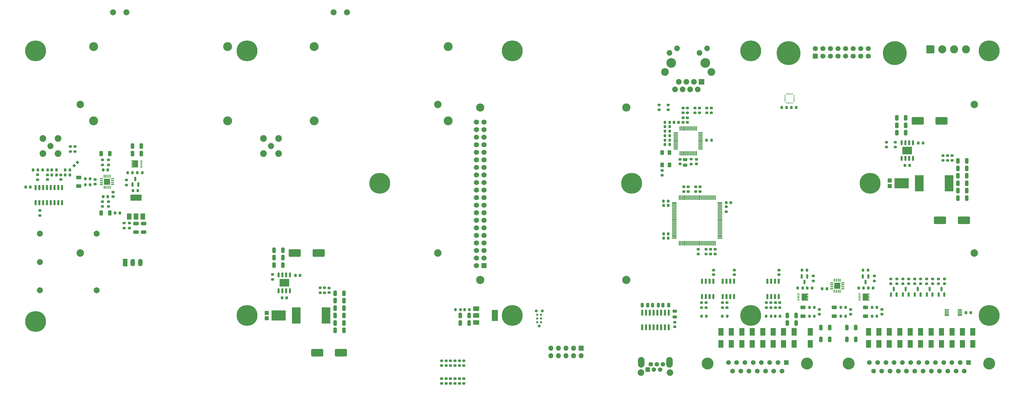
<source format=gbr>
%TF.GenerationSoftware,KiCad,Pcbnew,6.0.2+dfsg-1*%
%TF.CreationDate,2024-04-12T04:35:11+02:00*%
%TF.ProjectId,seatel,73656174-656c-42e6-9b69-6361645f7063,rev?*%
%TF.SameCoordinates,Original*%
%TF.FileFunction,Soldermask,Top*%
%TF.FilePolarity,Negative*%
%FSLAX46Y46*%
G04 Gerber Fmt 4.6, Leading zero omitted, Abs format (unit mm)*
G04 Created by KiCad (PCBNEW 6.0.2+dfsg-1) date 2024-04-12 04:35:11*
%MOMM*%
%LPD*%
G01*
G04 APERTURE LIST*
G04 Aperture macros list*
%AMRoundRect*
0 Rectangle with rounded corners*
0 $1 Rounding radius*
0 $2 $3 $4 $5 $6 $7 $8 $9 X,Y pos of 4 corners*
0 Add a 4 corners polygon primitive as box body*
4,1,4,$2,$3,$4,$5,$6,$7,$8,$9,$2,$3,0*
0 Add four circle primitives for the rounded corners*
1,1,$1+$1,$2,$3*
1,1,$1+$1,$4,$5*
1,1,$1+$1,$6,$7*
1,1,$1+$1,$8,$9*
0 Add four rect primitives between the rounded corners*
20,1,$1+$1,$2,$3,$4,$5,0*
20,1,$1+$1,$4,$5,$6,$7,0*
20,1,$1+$1,$6,$7,$8,$9,0*
20,1,$1+$1,$8,$9,$2,$3,0*%
%AMFreePoly0*
4,1,17,1.395000,0.765000,0.855000,0.765000,0.855000,0.535000,1.395000,0.535000,1.395000,0.115000,0.855000,0.115000,0.855000,-0.115000,1.395000,-0.115000,1.395000,-0.535000,0.855000,-0.535000,0.855000,-0.765000,1.395000,-0.765000,1.395000,-1.185000,-0.855000,-1.185000,-0.855000,1.185000,1.395000,1.185000,1.395000,0.765000,1.395000,0.765000,$1*%
G04 Aperture macros list end*
%ADD10C,2.500000*%
%ADD11RoundRect,0.200000X-0.275000X0.200000X-0.275000X-0.200000X0.275000X-0.200000X0.275000X0.200000X0*%
%ADD12C,7.000000*%
%ADD13RoundRect,0.200000X0.200000X0.275000X-0.200000X0.275000X-0.200000X-0.275000X0.200000X-0.275000X0*%
%ADD14RoundRect,0.225000X0.225000X0.250000X-0.225000X0.250000X-0.225000X-0.250000X0.225000X-0.250000X0*%
%ADD15R,1.800000X2.500000*%
%ADD16C,3.000000*%
%ADD17C,2.000000*%
%ADD18RoundRect,0.150000X0.150000X-0.587500X0.150000X0.587500X-0.150000X0.587500X-0.150000X-0.587500X0*%
%ADD19RoundRect,0.250000X-0.312500X-0.625000X0.312500X-0.625000X0.312500X0.625000X-0.312500X0.625000X0*%
%ADD20RoundRect,0.225000X0.250000X-0.225000X0.250000X0.225000X-0.250000X0.225000X-0.250000X-0.225000X0*%
%ADD21RoundRect,0.218750X0.256250X-0.218750X0.256250X0.218750X-0.256250X0.218750X-0.256250X-0.218750X0*%
%ADD22RoundRect,0.200000X-0.200000X-0.275000X0.200000X-0.275000X0.200000X0.275000X-0.200000X0.275000X0*%
%ADD23RoundRect,0.250000X0.625000X-0.312500X0.625000X0.312500X-0.625000X0.312500X-0.625000X-0.312500X0*%
%ADD24RoundRect,0.200000X0.275000X-0.200000X0.275000X0.200000X-0.275000X0.200000X-0.275000X-0.200000X0*%
%ADD25RoundRect,0.225000X-0.225000X-0.250000X0.225000X-0.250000X0.225000X0.250000X-0.225000X0.250000X0*%
%ADD26RoundRect,0.150000X-0.150000X0.725000X-0.150000X-0.725000X0.150000X-0.725000X0.150000X0.725000X0*%
%ADD27RoundRect,0.087500X-0.425000X-0.087500X0.425000X-0.087500X0.425000X0.087500X-0.425000X0.087500X0*%
%ADD28RoundRect,0.087500X-0.087500X-0.425000X0.087500X-0.425000X0.087500X0.425000X-0.087500X0.425000X0*%
%ADD29R,2.100000X2.100000*%
%ADD30R,1.500000X1.500000*%
%ADD31C,1.500000*%
%ADD32C,2.200000*%
%ADD33O,2.200000X3.600000*%
%ADD34RoundRect,0.250000X0.325000X0.650000X-0.325000X0.650000X-0.325000X-0.650000X0.325000X-0.650000X0*%
%ADD35RoundRect,0.250000X-0.325000X-0.650000X0.325000X-0.650000X0.325000X0.650000X-0.325000X0.650000X0*%
%ADD36RoundRect,0.225000X-0.250000X0.225000X-0.250000X-0.225000X0.250000X-0.225000X0.250000X0.225000X0*%
%ADD37R,4.860000X3.360000*%
%ADD38R,1.400000X1.400000*%
%ADD39R,1.300000X1.600000*%
%ADD40R,0.700000X0.420000*%
%ADD41FreePoly0,0.000000*%
%ADD42RoundRect,0.250000X0.250000X0.475000X-0.250000X0.475000X-0.250000X-0.475000X0.250000X-0.475000X0*%
%ADD43RoundRect,0.250000X-0.475000X0.250000X-0.475000X-0.250000X0.475000X-0.250000X0.475000X0.250000X0*%
%ADD44C,4.000000*%
%ADD45R,1.600000X1.600000*%
%ADD46C,1.600000*%
%ADD47RoundRect,0.150000X-0.150000X0.587500X-0.150000X-0.587500X0.150000X-0.587500X0.150000X0.587500X0*%
%ADD48RoundRect,0.250000X0.475000X-0.250000X0.475000X0.250000X-0.475000X0.250000X-0.475000X-0.250000X0*%
%ADD49RoundRect,0.250000X0.600000X-0.600000X0.600000X0.600000X-0.600000X0.600000X-0.600000X-0.600000X0*%
%ADD50C,1.700000*%
%ADD51C,8.000000*%
%ADD52R,1.500000X2.500000*%
%ADD53O,1.500000X2.500000*%
%ADD54R,2.900680X5.400040*%
%ADD55C,0.990600*%
%ADD56C,0.787400*%
%ADD57RoundRect,0.087500X0.087500X-0.425000X0.087500X0.425000X-0.087500X0.425000X-0.087500X-0.425000X0*%
%ADD58RoundRect,0.087500X0.425000X-0.087500X0.425000X0.087500X-0.425000X0.087500X-0.425000X-0.087500X0*%
%ADD59RoundRect,0.150000X0.150000X-0.725000X0.150000X0.725000X-0.150000X0.725000X-0.150000X-0.725000X0*%
%ADD60RoundRect,0.250000X-1.750000X-1.000000X1.750000X-1.000000X1.750000X1.000000X-1.750000X1.000000X0*%
%ADD61C,2.050000*%
%ADD62C,2.250000*%
%ADD63RoundRect,0.250001X-1.099999X-1.099999X1.099999X-1.099999X1.099999X1.099999X-1.099999X1.099999X0*%
%ADD64C,2.700000*%
%ADD65RoundRect,0.250000X-0.250000X-0.475000X0.250000X-0.475000X0.250000X0.475000X-0.250000X0.475000X0*%
%ADD66R,1.700000X1.700000*%
%ADD67O,1.700000X1.700000*%
%ADD68RoundRect,0.075000X-0.650000X-0.075000X0.650000X-0.075000X0.650000X0.075000X-0.650000X0.075000X0*%
%ADD69R,1.500000X2.000000*%
%ADD70R,3.800000X2.000000*%
%ADD71RoundRect,0.150000X-0.150000X0.825000X-0.150000X-0.825000X0.150000X-0.825000X0.150000X0.825000X0*%
%ADD72RoundRect,0.150000X-0.150000X0.662500X-0.150000X-0.662500X0.150000X-0.662500X0.150000X0.662500X0*%
%ADD73R,3.200000X2.514000*%
%ADD74RoundRect,0.225000X0.017678X-0.335876X0.335876X-0.017678X-0.017678X0.335876X-0.335876X0.017678X0*%
%ADD75C,2.750000*%
%ADD76R,1.750000X1.750000*%
%ADD77C,1.750000*%
%ADD78C,3.250000*%
%ADD79C,2.600000*%
%ADD80C,1.890000*%
%ADD81R,1.900000X1.900000*%
%ADD82C,1.900000*%
%ADD83RoundRect,0.075000X-0.075000X0.725000X-0.075000X-0.725000X0.075000X-0.725000X0.075000X0.725000X0*%
%ADD84RoundRect,0.075000X-0.725000X0.075000X-0.725000X-0.075000X0.725000X-0.075000X0.725000X0.075000X0*%
%ADD85RoundRect,0.250000X-0.650000X0.325000X-0.650000X-0.325000X0.650000X-0.325000X0.650000X0.325000X0*%
%ADD86RoundRect,0.218750X-0.218750X-0.256250X0.218750X-0.256250X0.218750X0.256250X-0.218750X0.256250X0*%
%ADD87R,2.000000X1.500000*%
%ADD88R,2.000000X3.800000*%
%ADD89RoundRect,0.075000X0.662500X0.075000X-0.662500X0.075000X-0.662500X-0.075000X0.662500X-0.075000X0*%
%ADD90RoundRect,0.075000X0.075000X0.662500X-0.075000X0.662500X-0.075000X-0.662500X0.075000X-0.662500X0*%
%ADD91FreePoly0,180.000000*%
%ADD92RoundRect,0.050000X-0.225000X-0.050000X0.225000X-0.050000X0.225000X0.050000X-0.225000X0.050000X0*%
%ADD93RoundRect,0.050000X0.050000X-0.225000X0.050000X0.225000X-0.050000X0.225000X-0.050000X-0.225000X0*%
G04 APERTURE END LIST*
D10*
%TO.C,FID6*%
X70000000Y-155000000D03*
%TD*%
%TO.C,FID5*%
X70000000Y-105000000D03*
%TD*%
%TO.C,FID4*%
X190000000Y-105000000D03*
%TD*%
%TO.C,FID3*%
X370000000Y-105000000D03*
%TD*%
%TO.C,FID2*%
X190000000Y-155000000D03*
%TD*%
%TO.C,FID1*%
X370000000Y-155000000D03*
%TD*%
D11*
%TO.C,R73*%
X276500000Y-132675000D03*
X276500000Y-134325000D03*
%TD*%
D12*
%TO.C,H5*%
X375000000Y-176000000D03*
%TD*%
D13*
%TO.C,R84*%
X332825000Y-166750000D03*
X331175000Y-166750000D03*
%TD*%
D14*
%TO.C,C35*%
X320525000Y-167000000D03*
X318975000Y-167000000D03*
%TD*%
D15*
%TO.C,D8*%
X359000000Y-185500000D03*
X359000000Y-181500000D03*
%TD*%
D16*
%TO.C,J1*%
X148500000Y-110500000D03*
X148500000Y-85500000D03*
X193500000Y-85500000D03*
X193500000Y-110500000D03*
D17*
X159500000Y-74000000D03*
X155000000Y-74000000D03*
%TD*%
D18*
%TO.C,Q4*%
X346050000Y-168937500D03*
X347950000Y-168937500D03*
X347000000Y-167062500D03*
%TD*%
D19*
%TO.C,R52*%
X77037500Y-121500000D03*
X79962500Y-121500000D03*
%TD*%
D20*
%TO.C,C42*%
X153500000Y-168275000D03*
X153500000Y-166725000D03*
%TD*%
D21*
%TO.C,D27*%
X197250000Y-198787500D03*
X197250000Y-197212500D03*
%TD*%
D14*
%TO.C,C62*%
X306975000Y-106000000D03*
X305425000Y-106000000D03*
%TD*%
D13*
%TO.C,R66*%
X267825000Y-112500000D03*
X266175000Y-112500000D03*
%TD*%
D22*
%TO.C,R10*%
X300175000Y-176250000D03*
X301825000Y-176250000D03*
%TD*%
D18*
%TO.C,Q5*%
X342050000Y-168937500D03*
X343950000Y-168937500D03*
X343000000Y-167062500D03*
%TD*%
D11*
%TO.C,R90*%
X85500000Y-130425000D03*
X85500000Y-132075000D03*
%TD*%
D15*
%TO.C,D14*%
X285000000Y-185500000D03*
X285000000Y-181500000D03*
%TD*%
D23*
%TO.C,R17*%
X323000000Y-176212500D03*
X323000000Y-173287500D03*
%TD*%
D15*
%TO.C,D5*%
X309500000Y-185500000D03*
X309500000Y-181500000D03*
%TD*%
D20*
%TO.C,C12*%
X339000000Y-175525000D03*
X339000000Y-173975000D03*
%TD*%
D24*
%TO.C,R82*%
X336500000Y-164325000D03*
X336500000Y-162675000D03*
%TD*%
%TO.C,R64*%
X264250000Y-106825000D03*
X264250000Y-105175000D03*
%TD*%
D25*
%TO.C,C19*%
X77725000Y-136000000D03*
X79275000Y-136000000D03*
%TD*%
D14*
%TO.C,C73*%
X267275000Y-148500000D03*
X265725000Y-148500000D03*
%TD*%
D25*
%TO.C,C11*%
X367225000Y-175000000D03*
X368775000Y-175000000D03*
%TD*%
D26*
%TO.C,IC3*%
X304405000Y-164425000D03*
X303135000Y-164425000D03*
X301865000Y-164425000D03*
X300595000Y-164425000D03*
X300595000Y-169575000D03*
X301865000Y-169575000D03*
X303135000Y-169575000D03*
X304405000Y-169575000D03*
%TD*%
D20*
%TO.C,C14*%
X269500000Y-179775000D03*
X269500000Y-178225000D03*
%TD*%
D27*
%TO.C,IC13*%
X322137500Y-165025000D03*
X322137500Y-165675000D03*
X322137500Y-166325000D03*
X322137500Y-166975000D03*
D28*
X323025000Y-167862500D03*
X323675000Y-167862500D03*
X324325000Y-167862500D03*
X324975000Y-167862500D03*
D27*
X325862500Y-166975000D03*
X325862500Y-166325000D03*
X325862500Y-165675000D03*
X325862500Y-165025000D03*
D28*
X324975000Y-164137500D03*
X324325000Y-164137500D03*
X323675000Y-164137500D03*
X323025000Y-164137500D03*
D29*
X324000000Y-166000000D03*
%TD*%
D21*
%TO.C,D28*%
X198750000Y-198787500D03*
X198750000Y-197212500D03*
%TD*%
D30*
%TO.C,J8*%
X260450000Y-194200000D03*
D31*
X261450000Y-192400000D03*
X262500000Y-194200000D03*
X263500000Y-192400000D03*
X264550000Y-194200000D03*
X265550000Y-192400000D03*
D32*
X258150000Y-195150000D03*
D33*
X267750000Y-191700000D03*
X258250000Y-191700000D03*
D32*
X267850000Y-195150000D03*
%TD*%
D11*
%TO.C,R31*%
X79500000Y-137675000D03*
X79500000Y-139325000D03*
%TD*%
D34*
%TO.C,C26*%
X137975000Y-156500000D03*
X135025000Y-156500000D03*
%TD*%
%TO.C,C29*%
X137975000Y-159000000D03*
X135025000Y-159000000D03*
%TD*%
%TO.C,C25*%
X346975000Y-112000000D03*
X344025000Y-112000000D03*
%TD*%
D11*
%TO.C,R36*%
X198750000Y-191175000D03*
X198750000Y-192825000D03*
%TD*%
D34*
%TO.C,C7*%
X330225000Y-180000000D03*
X327275000Y-180000000D03*
%TD*%
D12*
%TO.C,H2*%
X126000000Y-176000000D03*
%TD*%
D14*
%TO.C,C47*%
X55775000Y-127000000D03*
X54225000Y-127000000D03*
%TD*%
D13*
%TO.C,R1*%
X316325000Y-173250000D03*
X314675000Y-173250000D03*
%TD*%
%TO.C,R34*%
X197575000Y-174000000D03*
X195925000Y-174000000D03*
%TD*%
D35*
%TO.C,C55*%
X364525000Y-124000000D03*
X367475000Y-124000000D03*
%TD*%
D17*
%TO.C,IC7*%
X56475000Y-148475000D03*
X56475000Y-158000000D03*
X56475000Y-167525000D03*
X75525000Y-167525000D03*
X75525000Y-148475000D03*
%TD*%
D36*
%TO.C,C72*%
X281750000Y-106225000D03*
X281750000Y-107775000D03*
%TD*%
D11*
%TO.C,R62*%
X286750000Y-139425000D03*
X286750000Y-141075000D03*
%TD*%
D37*
%TO.C,D22*%
X136582000Y-176000000D03*
D38*
X132600000Y-176920000D03*
X132600000Y-175080000D03*
%TD*%
D21*
%TO.C,D25*%
X194250000Y-198787500D03*
X194250000Y-197212500D03*
%TD*%
D24*
%TO.C,R49*%
X77500000Y-125325000D03*
X77500000Y-123675000D03*
%TD*%
%TO.C,R51*%
X55750000Y-130325000D03*
X55750000Y-128675000D03*
%TD*%
%TO.C,R25*%
X358000000Y-165325000D03*
X358000000Y-163675000D03*
%TD*%
D39*
%TO.C,X1*%
X267750000Y-125300000D03*
X267750000Y-121200000D03*
X265250000Y-121200000D03*
X265250000Y-125300000D03*
%TD*%
D34*
%TO.C,C9*%
X321475000Y-180000000D03*
X318525000Y-180000000D03*
%TD*%
D40*
%TO.C,Q8*%
X311000000Y-168775000D03*
X311000000Y-169425000D03*
X311000000Y-170075000D03*
X311000000Y-170725000D03*
D41*
X312955000Y-169750000D03*
%TD*%
D11*
%TO.C,R80*%
X277400000Y-153675000D03*
X277400000Y-155325000D03*
%TD*%
%TO.C,R37*%
X343500000Y-117675000D03*
X343500000Y-119325000D03*
%TD*%
D42*
%TO.C,C6*%
X260450000Y-172500000D03*
X258550000Y-172500000D03*
%TD*%
D35*
%TO.C,C58*%
X155525000Y-168500000D03*
X158475000Y-168500000D03*
%TD*%
D22*
%TO.C,R63*%
X280175000Y-117000000D03*
X281825000Y-117000000D03*
%TD*%
D36*
%TO.C,C64*%
X276750000Y-123475000D03*
X276750000Y-125025000D03*
%TD*%
D43*
%TO.C,C70*%
X273000000Y-123550000D03*
X273000000Y-125450000D03*
%TD*%
D24*
%TO.C,R42*%
X342000000Y-165325000D03*
X342000000Y-163675000D03*
%TD*%
D44*
%TO.C,J9*%
X313830000Y-192119669D03*
X280530000Y-192119669D03*
D45*
X306875000Y-191819669D03*
D46*
X304105000Y-191819669D03*
X301335000Y-191819669D03*
X298565000Y-191819669D03*
X295795000Y-191819669D03*
X293025000Y-191819669D03*
X290255000Y-191819669D03*
X287485000Y-191819669D03*
X305490000Y-194659669D03*
X302720000Y-194659669D03*
X299950000Y-194659669D03*
X297180000Y-194659669D03*
X294410000Y-194659669D03*
X291640000Y-194659669D03*
X288870000Y-194659669D03*
%TD*%
D11*
%TO.C,R76*%
X194250000Y-191175000D03*
X194250000Y-192825000D03*
%TD*%
D24*
%TO.C,R59*%
X275000000Y-125075000D03*
X275000000Y-123425000D03*
%TD*%
D18*
%TO.C,Q2*%
X354050000Y-168937500D03*
X355950000Y-168937500D03*
X355000000Y-167062500D03*
%TD*%
D13*
%TO.C,R61*%
X267825000Y-115500000D03*
X266175000Y-115500000D03*
%TD*%
D11*
%TO.C,R75*%
X192750000Y-191175000D03*
X192750000Y-192825000D03*
%TD*%
D47*
%TO.C,Q7*%
X334450000Y-162812500D03*
X332550000Y-162812500D03*
X333500000Y-164687500D03*
%TD*%
D19*
%TO.C,R28*%
X77037500Y-141500000D03*
X79962500Y-141500000D03*
%TD*%
D48*
%TO.C,C5*%
X269500000Y-176450000D03*
X269500000Y-174550000D03*
%TD*%
D11*
%TO.C,R78*%
X197250000Y-191175000D03*
X197250000Y-192825000D03*
%TD*%
D24*
%TO.C,R54*%
X79500000Y-125325000D03*
X79500000Y-123675000D03*
%TD*%
D11*
%TO.C,R22*%
X280000000Y-171675000D03*
X280000000Y-173325000D03*
%TD*%
D21*
%TO.C,D24*%
X192750000Y-198787500D03*
X192750000Y-197212500D03*
%TD*%
D14*
%TO.C,C30*%
X348275000Y-125500000D03*
X346725000Y-125500000D03*
%TD*%
%TO.C,C36*%
X352775000Y-118000000D03*
X351225000Y-118000000D03*
%TD*%
D11*
%TO.C,R27*%
X77500000Y-137675000D03*
X77500000Y-139325000D03*
%TD*%
D14*
%TO.C,C63*%
X267775000Y-118500000D03*
X266225000Y-118500000D03*
%TD*%
D12*
%TO.C,H1*%
X55000000Y-178000000D03*
%TD*%
D24*
%TO.C,R7*%
X304750000Y-173325000D03*
X304750000Y-171675000D03*
%TD*%
D12*
%TO.C,H8*%
X335000000Y-131500000D03*
%TD*%
D24*
%TO.C,R65*%
X267250000Y-106825000D03*
X267250000Y-105175000D03*
%TD*%
%TO.C,R40*%
X344000000Y-165325000D03*
X344000000Y-163675000D03*
%TD*%
%TO.C,R58*%
X68250000Y-120825000D03*
X68250000Y-119175000D03*
%TD*%
D11*
%TO.C,R43*%
X84750000Y-144925000D03*
X84750000Y-146575000D03*
%TD*%
D36*
%TO.C,C61*%
X265250000Y-127225000D03*
X265250000Y-128775000D03*
%TD*%
D34*
%TO.C,C3*%
X310225000Y-178500000D03*
X307275000Y-178500000D03*
%TD*%
D49*
%TO.C,J115*%
X316610000Y-88752500D03*
D50*
X316610000Y-86212500D03*
X319150000Y-88752500D03*
X319150000Y-86212500D03*
X321690000Y-88752500D03*
X321690000Y-86212500D03*
X324230000Y-88752500D03*
X324230000Y-86212500D03*
X326770000Y-88752500D03*
X326770000Y-86212500D03*
X329310000Y-88752500D03*
X329310000Y-86212500D03*
X331850000Y-88752500D03*
X331850000Y-86212500D03*
X334390000Y-88752500D03*
X334390000Y-86212500D03*
D51*
X307670000Y-87732500D03*
X343330000Y-87732500D03*
%TD*%
D14*
%TO.C,C80*%
X267275000Y-139000000D03*
X265725000Y-139000000D03*
%TD*%
D12*
%TO.C,H10*%
X126000000Y-87000000D03*
%TD*%
D15*
%TO.C,D11*%
X295500000Y-185500000D03*
X295500000Y-181500000D03*
%TD*%
D20*
%TO.C,C41*%
X362500000Y-123775000D03*
X362500000Y-122225000D03*
%TD*%
D52*
%TO.C,IC8*%
X85067500Y-158182500D03*
D53*
X87607500Y-158182500D03*
X90147500Y-158182500D03*
%TD*%
D14*
%TO.C,C31*%
X139275000Y-170000000D03*
X137725000Y-170000000D03*
%TD*%
D36*
%TO.C,C69*%
X271250000Y-123475000D03*
X271250000Y-125025000D03*
%TD*%
D20*
%TO.C,C15*%
X304500000Y-162275000D03*
X304500000Y-160725000D03*
%TD*%
D15*
%TO.C,D13*%
X299000000Y-185500000D03*
X299000000Y-181500000D03*
%TD*%
D35*
%TO.C,C46*%
X155525000Y-176000000D03*
X158475000Y-176000000D03*
%TD*%
D22*
%TO.C,R92*%
X89175000Y-128000000D03*
X90825000Y-128000000D03*
%TD*%
D13*
%TO.C,R50*%
X73325000Y-132000000D03*
X71675000Y-132000000D03*
%TD*%
D35*
%TO.C,C45*%
X364525000Y-136500000D03*
X367475000Y-136500000D03*
%TD*%
D11*
%TO.C,R71*%
X277750000Y-106175000D03*
X277750000Y-107825000D03*
%TD*%
%TO.C,R72*%
X280250000Y-106175000D03*
X280250000Y-107825000D03*
%TD*%
D54*
%TO.C,L1*%
X351498740Y-131500000D03*
X361501260Y-131500000D03*
%TD*%
D13*
%TO.C,R83*%
X336075000Y-166750000D03*
X334425000Y-166750000D03*
%TD*%
D25*
%TO.C,C24*%
X81725000Y-141500000D03*
X83275000Y-141500000D03*
%TD*%
D12*
%TO.C,H6*%
X170500000Y-131500000D03*
%TD*%
D22*
%TO.C,R85*%
X312175000Y-160750000D03*
X313825000Y-160750000D03*
%TD*%
D55*
%TO.C,P1*%
X225016000Y-174460000D03*
X222984000Y-174460000D03*
X224000000Y-179540000D03*
D56*
X224635000Y-178270000D03*
X223365000Y-178270000D03*
X224635000Y-177000000D03*
X223365000Y-177000000D03*
X224635000Y-175730000D03*
X223365000Y-175730000D03*
%TD*%
D57*
%TO.C,IC14*%
X78025000Y-132862500D03*
X78675000Y-132862500D03*
X79325000Y-132862500D03*
X79975000Y-132862500D03*
D58*
X80862500Y-131975000D03*
X80862500Y-131325000D03*
X80862500Y-130675000D03*
X80862500Y-130025000D03*
D57*
X79975000Y-129137500D03*
X79325000Y-129137500D03*
X78675000Y-129137500D03*
X78025000Y-129137500D03*
D58*
X77137500Y-130025000D03*
X77137500Y-130675000D03*
X77137500Y-131325000D03*
X77137500Y-131975000D03*
D29*
X79000000Y-131000000D03*
%TD*%
D35*
%TO.C,C56*%
X155525000Y-171000000D03*
X158475000Y-171000000D03*
%TD*%
D59*
%TO.C,IC12*%
X55055000Y-138075000D03*
X56325000Y-138075000D03*
X57595000Y-138075000D03*
X58865000Y-138075000D03*
X60135000Y-138075000D03*
X61405000Y-138075000D03*
X62675000Y-138075000D03*
X63945000Y-138075000D03*
X63945000Y-132925000D03*
X62675000Y-132925000D03*
X61405000Y-132925000D03*
X60135000Y-132925000D03*
X58865000Y-132925000D03*
X57595000Y-132925000D03*
X56325000Y-132925000D03*
X55055000Y-132925000D03*
%TD*%
D37*
%TO.C,D21*%
X345582000Y-131500000D03*
D38*
X341600000Y-132420000D03*
X341600000Y-130580000D03*
%TD*%
D13*
%TO.C,R19*%
X326825000Y-173250000D03*
X325175000Y-173250000D03*
%TD*%
D18*
%TO.C,Q3*%
X350050000Y-168937500D03*
X351950000Y-168937500D03*
X351000000Y-167062500D03*
%TD*%
D13*
%TO.C,R89*%
X89325000Y-134000000D03*
X87675000Y-134000000D03*
%TD*%
D11*
%TO.C,R47*%
X152000000Y-166675000D03*
X152000000Y-168325000D03*
%TD*%
D12*
%TO.C,H12*%
X295000000Y-87000000D03*
%TD*%
D22*
%TO.C,R21*%
X278425000Y-176250000D03*
X280075000Y-176250000D03*
%TD*%
D13*
%TO.C,R39*%
X200575000Y-174000000D03*
X198925000Y-174000000D03*
%TD*%
D36*
%TO.C,C71*%
X272250000Y-106225000D03*
X272250000Y-107775000D03*
%TD*%
D60*
%TO.C,C21*%
X142000000Y-155000000D03*
X150000000Y-155000000D03*
%TD*%
D25*
%TO.C,C66*%
X308625000Y-106000000D03*
X310175000Y-106000000D03*
%TD*%
D61*
%TO.C,J5*%
X134000000Y-119000000D03*
D62*
X136540000Y-116460000D03*
X131460000Y-121540000D03*
X136540000Y-121540000D03*
X131460000Y-116460000D03*
%TD*%
D35*
%TO.C,C54*%
X155525000Y-173500000D03*
X158475000Y-173500000D03*
%TD*%
D24*
%TO.C,R33*%
X346000000Y-165325000D03*
X346000000Y-163675000D03*
%TD*%
D63*
%TO.C,J111*%
X355282500Y-86450000D03*
D64*
X359242500Y-86450000D03*
X363202500Y-86450000D03*
X367162500Y-86450000D03*
%TD*%
D12*
%TO.C,H9*%
X55000000Y-87000000D03*
%TD*%
D65*
%TO.C,C17*%
X265550000Y-172500000D03*
X267450000Y-172500000D03*
%TD*%
D66*
%TO.C,J6*%
X238080000Y-186960000D03*
D67*
X238080000Y-189500000D03*
X235540000Y-186960000D03*
X235540000Y-189500000D03*
X233000000Y-186960000D03*
X233000000Y-189500000D03*
X230460000Y-186960000D03*
X230460000Y-189500000D03*
X227920000Y-186960000D03*
X227920000Y-189500000D03*
%TD*%
D23*
%TO.C,R53*%
X69500000Y-132462500D03*
X69500000Y-129537500D03*
%TD*%
D68*
%TO.C,IC1*%
X360800000Y-174000000D03*
X360800000Y-174500000D03*
X360800000Y-175000000D03*
X360800000Y-175500000D03*
X360800000Y-176000000D03*
X365200000Y-176000000D03*
X365200000Y-175500000D03*
X365200000Y-175000000D03*
X365200000Y-174500000D03*
X365200000Y-174000000D03*
%TD*%
D20*
%TO.C,C1*%
X318000000Y-175525000D03*
X318000000Y-173975000D03*
%TD*%
D11*
%TO.C,R12*%
X285500000Y-171675000D03*
X285500000Y-173325000D03*
%TD*%
D13*
%TO.C,R2*%
X316325000Y-176250000D03*
X314675000Y-176250000D03*
%TD*%
D15*
%TO.C,D12*%
X302500000Y-185500000D03*
X302500000Y-181500000D03*
%TD*%
%TO.C,D18*%
X341500000Y-185500000D03*
X341500000Y-181500000D03*
%TD*%
D69*
%TO.C,IC9*%
X86450000Y-142650000D03*
X88750000Y-142650000D03*
D70*
X88750000Y-136350000D03*
D69*
X91050000Y-142650000D03*
%TD*%
D22*
%TO.C,R6*%
X285425000Y-176250000D03*
X287075000Y-176250000D03*
%TD*%
D15*
%TO.C,D15*%
X288500000Y-185500000D03*
X288500000Y-181500000D03*
%TD*%
%TO.C,D4*%
X355500000Y-185500000D03*
X355500000Y-181500000D03*
%TD*%
%TO.C,D2*%
X352000000Y-185500000D03*
X352000000Y-181500000D03*
%TD*%
D13*
%TO.C,R55*%
X73325000Y-130000000D03*
X71675000Y-130000000D03*
%TD*%
D65*
%TO.C,C4*%
X262050000Y-172500000D03*
X263950000Y-172500000D03*
%TD*%
D71*
%TO.C,IC2*%
X267445000Y-175025000D03*
X266175000Y-175025000D03*
X264905000Y-175025000D03*
X263635000Y-175025000D03*
X262365000Y-175025000D03*
X261095000Y-175025000D03*
X259825000Y-175025000D03*
X258555000Y-175025000D03*
X258555000Y-179975000D03*
X259825000Y-179975000D03*
X261095000Y-179975000D03*
X262365000Y-179975000D03*
X263635000Y-179975000D03*
X264905000Y-179975000D03*
X266175000Y-179975000D03*
X267445000Y-179975000D03*
%TD*%
D22*
%TO.C,R91*%
X85925000Y-128000000D03*
X87575000Y-128000000D03*
%TD*%
%TO.C,R68*%
X266175000Y-114000000D03*
X267825000Y-114000000D03*
%TD*%
D35*
%TO.C,C57*%
X364525000Y-131500000D03*
X367475000Y-131500000D03*
%TD*%
D20*
%TO.C,C68*%
X273750000Y-111025000D03*
X273750000Y-109475000D03*
%TD*%
D36*
%TO.C,C86*%
X63500000Y-128725000D03*
X63500000Y-130275000D03*
%TD*%
D44*
%TO.C,J10*%
X374955000Y-192119669D03*
X327855000Y-192119669D03*
D45*
X368025000Y-191819669D03*
D46*
X365255000Y-191819669D03*
X362485000Y-191819669D03*
X359715000Y-191819669D03*
X356945000Y-191819669D03*
X354175000Y-191819669D03*
X351405000Y-191819669D03*
X348635000Y-191819669D03*
X345865000Y-191819669D03*
X343095000Y-191819669D03*
X340325000Y-191819669D03*
X337555000Y-191819669D03*
X334785000Y-191819669D03*
X366640000Y-194659669D03*
X363870000Y-194659669D03*
X361100000Y-194659669D03*
X358330000Y-194659669D03*
X355560000Y-194659669D03*
X352790000Y-194659669D03*
X350020000Y-194659669D03*
X347250000Y-194659669D03*
X344480000Y-194659669D03*
X341710000Y-194659669D03*
X338940000Y-194659669D03*
X336170000Y-194659669D03*
%TD*%
D18*
%TO.C,Q1*%
X358050000Y-168937500D03*
X359950000Y-168937500D03*
X359000000Y-167062500D03*
%TD*%
D72*
%TO.C,IC10*%
X349405000Y-117862500D03*
X348135000Y-117862500D03*
X346865000Y-117862500D03*
X345595000Y-117862500D03*
X345595000Y-123137500D03*
X346865000Y-123137500D03*
X348135000Y-123137500D03*
X349405000Y-123137500D03*
D73*
X347500000Y-120500000D03*
%TD*%
D24*
%TO.C,R20*%
X278500000Y-173325000D03*
X278500000Y-171675000D03*
%TD*%
%TO.C,R23*%
X360000000Y-165325000D03*
X360000000Y-163675000D03*
%TD*%
D20*
%TO.C,C16*%
X289500000Y-162275000D03*
X289500000Y-160725000D03*
%TD*%
D35*
%TO.C,C48*%
X364525000Y-126500000D03*
X367475000Y-126500000D03*
%TD*%
D54*
%TO.C,L2*%
X142498740Y-176000000D03*
X152501260Y-176000000D03*
%TD*%
D20*
%TO.C,C79*%
X274000000Y-134275000D03*
X274000000Y-132725000D03*
%TD*%
D24*
%TO.C,R9*%
X301750000Y-173325000D03*
X301750000Y-171675000D03*
%TD*%
D15*
%TO.C,D16*%
X348500000Y-185500000D03*
X348500000Y-181500000D03*
%TD*%
D20*
%TO.C,C78*%
X278000000Y-134275000D03*
X278000000Y-132725000D03*
%TD*%
D74*
%TO.C,C88*%
X67951992Y-125548008D03*
X69048008Y-124451992D03*
%TD*%
D13*
%TO.C,R87*%
X315575000Y-166750000D03*
X313925000Y-166750000D03*
%TD*%
D20*
%TO.C,C18*%
X282500000Y-162275000D03*
X282500000Y-160725000D03*
%TD*%
D75*
%TO.C,J3*%
X253250000Y-106050000D03*
X204250000Y-106050000D03*
X204250000Y-164050000D03*
X253250000Y-164050000D03*
D76*
X205520000Y-159180000D03*
D77*
X202980000Y-159180000D03*
X205520000Y-156640000D03*
X202980000Y-156640000D03*
X205520000Y-154100000D03*
X202980000Y-154100000D03*
X205520000Y-151560000D03*
X202980000Y-151560000D03*
X205520000Y-149020000D03*
X202980000Y-149020000D03*
X205520000Y-146480000D03*
X202980000Y-146480000D03*
X205520000Y-143940000D03*
X202980000Y-143940000D03*
X205520000Y-141400000D03*
X202980000Y-141400000D03*
X205520000Y-138860000D03*
X202980000Y-138860000D03*
X205520000Y-136320000D03*
X202980000Y-136320000D03*
X205520000Y-133780000D03*
X202980000Y-133780000D03*
X205520000Y-131240000D03*
X202980000Y-131240000D03*
X205520000Y-128700000D03*
X202980000Y-128700000D03*
X205520000Y-126160000D03*
X202980000Y-126160000D03*
X205520000Y-123620000D03*
X202980000Y-123620000D03*
X205520000Y-121080000D03*
X202980000Y-121080000D03*
X205520000Y-118540000D03*
X202980000Y-118540000D03*
X205520000Y-116000000D03*
X202980000Y-116000000D03*
X205520000Y-113460000D03*
X202980000Y-113460000D03*
X205520000Y-110920000D03*
X202980000Y-110920000D03*
%TD*%
D13*
%TO.C,R15*%
X326825000Y-176250000D03*
X325175000Y-176250000D03*
%TD*%
D25*
%TO.C,C85*%
X60475000Y-128750000D03*
X62025000Y-128750000D03*
%TD*%
D78*
%TO.C,J7*%
X268285000Y-91030000D03*
X279715000Y-91030000D03*
D79*
X266225000Y-94080000D03*
X281775000Y-94080000D03*
D80*
X267675000Y-87650000D03*
X270215000Y-86130000D03*
X277785000Y-87650000D03*
X280325000Y-86130000D03*
D81*
X278445000Y-97370000D03*
D82*
X277175000Y-99910000D03*
X275905000Y-97370000D03*
X274635000Y-99910000D03*
X273365000Y-97370000D03*
X272095000Y-99910000D03*
X270825000Y-97370000D03*
X269555000Y-99910000D03*
%TD*%
D20*
%TO.C,C44*%
X75000000Y-131775000D03*
X75000000Y-130225000D03*
%TD*%
D83*
%TO.C,IC17*%
X283000000Y-136325000D03*
X282500000Y-136325000D03*
X282000000Y-136325000D03*
X281500000Y-136325000D03*
X281000000Y-136325000D03*
X280500000Y-136325000D03*
X280000000Y-136325000D03*
X279500000Y-136325000D03*
X279000000Y-136325000D03*
X278500000Y-136325000D03*
X278000000Y-136325000D03*
X277500000Y-136325000D03*
X277000000Y-136325000D03*
X276500000Y-136325000D03*
X276000000Y-136325000D03*
X275500000Y-136325000D03*
X275000000Y-136325000D03*
X274500000Y-136325000D03*
X274000000Y-136325000D03*
X273500000Y-136325000D03*
X273000000Y-136325000D03*
X272500000Y-136325000D03*
X272000000Y-136325000D03*
X271500000Y-136325000D03*
X271000000Y-136325000D03*
D84*
X269325000Y-138000000D03*
X269325000Y-138500000D03*
X269325000Y-139000000D03*
X269325000Y-139500000D03*
X269325000Y-140000000D03*
X269325000Y-140500000D03*
X269325000Y-141000000D03*
X269325000Y-141500000D03*
X269325000Y-142000000D03*
X269325000Y-142500000D03*
X269325000Y-143000000D03*
X269325000Y-143500000D03*
X269325000Y-144000000D03*
X269325000Y-144500000D03*
X269325000Y-145000000D03*
X269325000Y-145500000D03*
X269325000Y-146000000D03*
X269325000Y-146500000D03*
X269325000Y-147000000D03*
X269325000Y-147500000D03*
X269325000Y-148000000D03*
X269325000Y-148500000D03*
X269325000Y-149000000D03*
X269325000Y-149500000D03*
X269325000Y-150000000D03*
D83*
X271000000Y-151675000D03*
X271500000Y-151675000D03*
X272000000Y-151675000D03*
X272500000Y-151675000D03*
X273000000Y-151675000D03*
X273500000Y-151675000D03*
X274000000Y-151675000D03*
X274500000Y-151675000D03*
X275000000Y-151675000D03*
X275500000Y-151675000D03*
X276000000Y-151675000D03*
X276500000Y-151675000D03*
X277000000Y-151675000D03*
X277500000Y-151675000D03*
X278000000Y-151675000D03*
X278500000Y-151675000D03*
X279000000Y-151675000D03*
X279500000Y-151675000D03*
X280000000Y-151675000D03*
X280500000Y-151675000D03*
X281000000Y-151675000D03*
X281500000Y-151675000D03*
X282000000Y-151675000D03*
X282500000Y-151675000D03*
X283000000Y-151675000D03*
D84*
X284675000Y-150000000D03*
X284675000Y-149500000D03*
X284675000Y-149000000D03*
X284675000Y-148500000D03*
X284675000Y-148000000D03*
X284675000Y-147500000D03*
X284675000Y-147000000D03*
X284675000Y-146500000D03*
X284675000Y-146000000D03*
X284675000Y-145500000D03*
X284675000Y-145000000D03*
X284675000Y-144500000D03*
X284675000Y-144000000D03*
X284675000Y-143500000D03*
X284675000Y-143000000D03*
X284675000Y-142500000D03*
X284675000Y-142000000D03*
X284675000Y-141500000D03*
X284675000Y-141000000D03*
X284675000Y-140500000D03*
X284675000Y-140000000D03*
X284675000Y-139500000D03*
X284675000Y-139000000D03*
X284675000Y-138500000D03*
X284675000Y-138000000D03*
%TD*%
D15*
%TO.C,D19*%
X338000000Y-185500000D03*
X338000000Y-181500000D03*
%TD*%
D12*
%TO.C,H7*%
X255000000Y-131500000D03*
%TD*%
D11*
%TO.C,R77*%
X195750000Y-191175000D03*
X195750000Y-192825000D03*
%TD*%
D34*
%TO.C,C2*%
X310225000Y-176000000D03*
X307275000Y-176000000D03*
%TD*%
D36*
%TO.C,C74*%
X281500000Y-153725000D03*
X281500000Y-155275000D03*
%TD*%
D12*
%TO.C,H13*%
X375000000Y-87000000D03*
%TD*%
D35*
%TO.C,C39*%
X87525000Y-121500000D03*
X90475000Y-121500000D03*
%TD*%
D11*
%TO.C,R45*%
X361000000Y-122175000D03*
X361000000Y-123825000D03*
%TD*%
D13*
%TO.C,R18*%
X337325000Y-173250000D03*
X335675000Y-173250000D03*
%TD*%
D85*
%TO.C,C33*%
X91250000Y-145025000D03*
X91250000Y-147975000D03*
%TD*%
D11*
%TO.C,R35*%
X340500000Y-117675000D03*
X340500000Y-119325000D03*
%TD*%
D13*
%TO.C,R88*%
X312400000Y-166750000D03*
X310750000Y-166750000D03*
%TD*%
D15*
%TO.C,D3*%
X306000000Y-185500000D03*
X306000000Y-181500000D03*
%TD*%
D20*
%TO.C,C65*%
X272250000Y-111025000D03*
X272250000Y-109475000D03*
%TD*%
D15*
%TO.C,D10*%
X362500000Y-185500000D03*
X362500000Y-181500000D03*
%TD*%
D11*
%TO.C,R70*%
X276250000Y-106175000D03*
X276250000Y-107825000D03*
%TD*%
D24*
%TO.C,R11*%
X287000000Y-173325000D03*
X287000000Y-171675000D03*
%TD*%
D11*
%TO.C,R38*%
X134500000Y-162175000D03*
X134500000Y-163825000D03*
%TD*%
D18*
%TO.C,Q11*%
X87550000Y-131937500D03*
X89450000Y-131937500D03*
X88500000Y-130062500D03*
%TD*%
D12*
%TO.C,H3*%
X215000000Y-176000000D03*
%TD*%
D11*
%TO.C,R74*%
X191250000Y-191175000D03*
X191250000Y-192825000D03*
%TD*%
D35*
%TO.C,C49*%
X155525000Y-178500000D03*
X158475000Y-178500000D03*
%TD*%
D25*
%TO.C,C43*%
X77725000Y-127000000D03*
X79275000Y-127000000D03*
%TD*%
%TO.C,C87*%
X64975000Y-128750000D03*
X66525000Y-128750000D03*
%TD*%
D15*
%TO.C,D1*%
X315000000Y-185500000D03*
X315000000Y-181500000D03*
%TD*%
D86*
%TO.C,L3*%
X60462500Y-127000000D03*
X62037500Y-127000000D03*
%TD*%
D40*
%TO.C,Q6*%
X331500000Y-168775000D03*
X331500000Y-169425000D03*
X331500000Y-170075000D03*
X331500000Y-170725000D03*
D41*
X333455000Y-169750000D03*
%TD*%
D61*
%TO.C,J4*%
X60000000Y-119000000D03*
D62*
X57460000Y-116460000D03*
X62540000Y-121540000D03*
X62540000Y-116460000D03*
X57460000Y-121540000D03*
%TD*%
D15*
%TO.C,D7*%
X369500000Y-185500000D03*
X369500000Y-181500000D03*
%TD*%
D20*
%TO.C,C77*%
X272500000Y-134275000D03*
X272500000Y-132725000D03*
%TD*%
D26*
%TO.C,IC5*%
X282405000Y-164425000D03*
X281135000Y-164425000D03*
X279865000Y-164425000D03*
X278595000Y-164425000D03*
X278595000Y-169575000D03*
X279865000Y-169575000D03*
X281135000Y-169575000D03*
X282405000Y-169575000D03*
%TD*%
D24*
%TO.C,R46*%
X359500000Y-123825000D03*
X359500000Y-122175000D03*
%TD*%
D25*
%TO.C,C83*%
X286725000Y-138000000D03*
X288275000Y-138000000D03*
%TD*%
D23*
%TO.C,R3*%
X312500000Y-176212500D03*
X312500000Y-173287500D03*
%TD*%
D15*
%TO.C,D17*%
X345000000Y-185500000D03*
X345000000Y-181500000D03*
%TD*%
D36*
%TO.C,C50*%
X81000000Y-134475000D03*
X81000000Y-136025000D03*
%TD*%
D85*
%TO.C,C34*%
X88750000Y-145025000D03*
X88750000Y-147975000D03*
%TD*%
D34*
%TO.C,C10*%
X321475000Y-184000000D03*
X318525000Y-184000000D03*
%TD*%
D87*
%TO.C,IC6*%
X202850000Y-173700000D03*
X202850000Y-176000000D03*
D88*
X209150000Y-176000000D03*
D87*
X202850000Y-178300000D03*
%TD*%
D24*
%TO.C,R30*%
X348000000Y-165325000D03*
X348000000Y-163675000D03*
%TD*%
D11*
%TO.C,R79*%
X280000000Y-153675000D03*
X280000000Y-155325000D03*
%TD*%
D47*
%TO.C,Q9*%
X313950000Y-162812500D03*
X312050000Y-162812500D03*
X313000000Y-164687500D03*
%TD*%
D13*
%TO.C,R67*%
X267825000Y-111000000D03*
X266175000Y-111000000D03*
%TD*%
D34*
%TO.C,C23*%
X137975000Y-154000000D03*
X135025000Y-154000000D03*
%TD*%
D24*
%TO.C,R41*%
X56500000Y-142325000D03*
X56500000Y-140675000D03*
%TD*%
D15*
%TO.C,D20*%
X334500000Y-185500000D03*
X334500000Y-181500000D03*
%TD*%
D34*
%TO.C,C22*%
X346975000Y-109500000D03*
X344025000Y-109500000D03*
%TD*%
D24*
%TO.C,R29*%
X352000000Y-165325000D03*
X352000000Y-163675000D03*
%TD*%
D60*
%TO.C,C20*%
X351000000Y-110500000D03*
X359000000Y-110500000D03*
%TD*%
D12*
%TO.C,H4*%
X295000000Y-176000000D03*
%TD*%
D60*
%TO.C,C59*%
X358500000Y-144000000D03*
X366500000Y-144000000D03*
%TD*%
D14*
%TO.C,C37*%
X143775000Y-162500000D03*
X142225000Y-162500000D03*
%TD*%
D22*
%TO.C,R56*%
X57425000Y-127000000D03*
X59075000Y-127000000D03*
%TD*%
D12*
%TO.C,H11*%
X215000000Y-87000000D03*
%TD*%
D89*
%TO.C,IC16*%
X278162500Y-120000000D03*
X278162500Y-119500000D03*
X278162500Y-119000000D03*
X278162500Y-118500000D03*
X278162500Y-118000000D03*
X278162500Y-117500000D03*
X278162500Y-117000000D03*
X278162500Y-116500000D03*
X278162500Y-116000000D03*
X278162500Y-115500000D03*
X278162500Y-115000000D03*
X278162500Y-114500000D03*
D90*
X276750000Y-113087500D03*
X276250000Y-113087500D03*
X275750000Y-113087500D03*
X275250000Y-113087500D03*
X274750000Y-113087500D03*
X274250000Y-113087500D03*
X273750000Y-113087500D03*
X273250000Y-113087500D03*
X272750000Y-113087500D03*
X272250000Y-113087500D03*
X271750000Y-113087500D03*
X271250000Y-113087500D03*
D89*
X269837500Y-114500000D03*
X269837500Y-115000000D03*
X269837500Y-115500000D03*
X269837500Y-116000000D03*
X269837500Y-116500000D03*
X269837500Y-117000000D03*
X269837500Y-117500000D03*
X269837500Y-118000000D03*
X269837500Y-118500000D03*
X269837500Y-119000000D03*
X269837500Y-119500000D03*
X269837500Y-120000000D03*
D90*
X271250000Y-121412500D03*
X271750000Y-121412500D03*
X272250000Y-121412500D03*
X272750000Y-121412500D03*
X273250000Y-121412500D03*
X273750000Y-121412500D03*
X274250000Y-121412500D03*
X274750000Y-121412500D03*
X275250000Y-121412500D03*
X275750000Y-121412500D03*
X276250000Y-121412500D03*
X276750000Y-121412500D03*
%TD*%
D24*
%TO.C,R24*%
X356000000Y-165325000D03*
X356000000Y-163675000D03*
%TD*%
D86*
%TO.C,L4*%
X64962500Y-127000000D03*
X66537500Y-127000000D03*
%TD*%
D36*
%TO.C,C84*%
X59000000Y-128725000D03*
X59000000Y-130275000D03*
%TD*%
D11*
%TO.C,R69*%
X273750000Y-106175000D03*
X273750000Y-107825000D03*
%TD*%
D40*
%TO.C,Q10*%
X90500000Y-125975000D03*
X90500000Y-125325000D03*
X90500000Y-124675000D03*
X90500000Y-124025000D03*
D91*
X88545000Y-125000000D03*
%TD*%
D34*
%TO.C,C32*%
X200475000Y-176000000D03*
X197525000Y-176000000D03*
%TD*%
D11*
%TO.C,R8*%
X303250000Y-171675000D03*
X303250000Y-173325000D03*
%TD*%
D21*
%TO.C,D23*%
X191250000Y-198787500D03*
X191250000Y-197212500D03*
%TD*%
D60*
%TO.C,C60*%
X149500000Y-188500000D03*
X157500000Y-188500000D03*
%TD*%
D13*
%TO.C,R5*%
X304825000Y-176250000D03*
X303175000Y-176250000D03*
%TD*%
%TO.C,R4*%
X267325000Y-137500000D03*
X265675000Y-137500000D03*
%TD*%
D20*
%TO.C,C13*%
X328500000Y-175525000D03*
X328500000Y-173975000D03*
%TD*%
D34*
%TO.C,C27*%
X200475000Y-178500000D03*
X197525000Y-178500000D03*
%TD*%
D14*
%TO.C,C38*%
X53275000Y-132750000D03*
X51725000Y-132750000D03*
%TD*%
D34*
%TO.C,C28*%
X346975000Y-114500000D03*
X344025000Y-114500000D03*
%TD*%
D35*
%TO.C,C51*%
X364525000Y-129000000D03*
X367475000Y-129000000D03*
%TD*%
D24*
%TO.C,R48*%
X150500000Y-168325000D03*
X150500000Y-166675000D03*
%TD*%
%TO.C,R57*%
X66750000Y-120825000D03*
X66750000Y-119175000D03*
%TD*%
D11*
%TO.C,R13*%
X300250000Y-171675000D03*
X300250000Y-173325000D03*
%TD*%
D23*
%TO.C,R16*%
X333500000Y-176212500D03*
X333500000Y-173287500D03*
%TD*%
D26*
%TO.C,IC4*%
X289405000Y-164425000D03*
X288135000Y-164425000D03*
X286865000Y-164425000D03*
X285595000Y-164425000D03*
X285595000Y-169575000D03*
X286865000Y-169575000D03*
X288135000Y-169575000D03*
X289405000Y-169575000D03*
%TD*%
D21*
%TO.C,D26*%
X195750000Y-198787500D03*
X195750000Y-197212500D03*
%TD*%
D14*
%TO.C,C67*%
X270775000Y-111000000D03*
X269225000Y-111000000D03*
%TD*%
D15*
%TO.C,D6*%
X366000000Y-185500000D03*
X366000000Y-181500000D03*
%TD*%
D24*
%TO.C,R32*%
X350000000Y-165325000D03*
X350000000Y-163675000D03*
%TD*%
D14*
%TO.C,C81*%
X267275000Y-150000000D03*
X265725000Y-150000000D03*
%TD*%
D36*
%TO.C,C82*%
X283000000Y-153725000D03*
X283000000Y-155275000D03*
%TD*%
D35*
%TO.C,C40*%
X87525000Y-119000000D03*
X90475000Y-119000000D03*
%TD*%
D72*
%TO.C,IC11*%
X140405000Y-162362500D03*
X139135000Y-162362500D03*
X137865000Y-162362500D03*
X136595000Y-162362500D03*
X136595000Y-167637500D03*
X137865000Y-167637500D03*
X139135000Y-167637500D03*
X140405000Y-167637500D03*
D73*
X138500000Y-165000000D03*
%TD*%
D24*
%TO.C,R26*%
X354000000Y-165325000D03*
X354000000Y-163675000D03*
%TD*%
D22*
%TO.C,R60*%
X266175000Y-117000000D03*
X267825000Y-117000000D03*
%TD*%
D15*
%TO.C,D9*%
X292000000Y-185500000D03*
X292000000Y-181500000D03*
%TD*%
D35*
%TO.C,C52*%
X155525000Y-181000000D03*
X158475000Y-181000000D03*
%TD*%
D16*
%TO.C,J2*%
X74500000Y-85500000D03*
X119500000Y-85500000D03*
X119500000Y-110500000D03*
X74500000Y-110500000D03*
D17*
X85500000Y-74000000D03*
X81000000Y-74000000D03*
%TD*%
D13*
%TO.C,R14*%
X337325000Y-176250000D03*
X335675000Y-176250000D03*
%TD*%
D34*
%TO.C,C8*%
X330225000Y-184000000D03*
X327275000Y-184000000D03*
%TD*%
D24*
%TO.C,R86*%
X316000000Y-164325000D03*
X316000000Y-162675000D03*
%TD*%
%TO.C,R44*%
X86500000Y-146575000D03*
X86500000Y-144925000D03*
%TD*%
D35*
%TO.C,C53*%
X364525000Y-134000000D03*
X367475000Y-134000000D03*
%TD*%
D92*
%TO.C,IC15*%
X306500000Y-102000000D03*
X306500000Y-102400000D03*
X306500000Y-102800000D03*
X306500000Y-103200000D03*
X306500000Y-103600000D03*
X306500000Y-104000000D03*
D93*
X307000000Y-104500000D03*
X307400000Y-104500000D03*
X307800000Y-104500000D03*
X308200000Y-104500000D03*
X308600000Y-104500000D03*
X309000000Y-104500000D03*
D92*
X309500000Y-104000000D03*
X309500000Y-103600000D03*
X309500000Y-103200000D03*
X309500000Y-102800000D03*
X309500000Y-102400000D03*
X309500000Y-102000000D03*
D93*
X309000000Y-101500000D03*
X308600000Y-101500000D03*
X308200000Y-101500000D03*
X307800000Y-101500000D03*
X307400000Y-101500000D03*
X307000000Y-101500000D03*
%TD*%
D22*
%TO.C,R81*%
X332675000Y-160750000D03*
X334325000Y-160750000D03*
%TD*%
M02*

</source>
